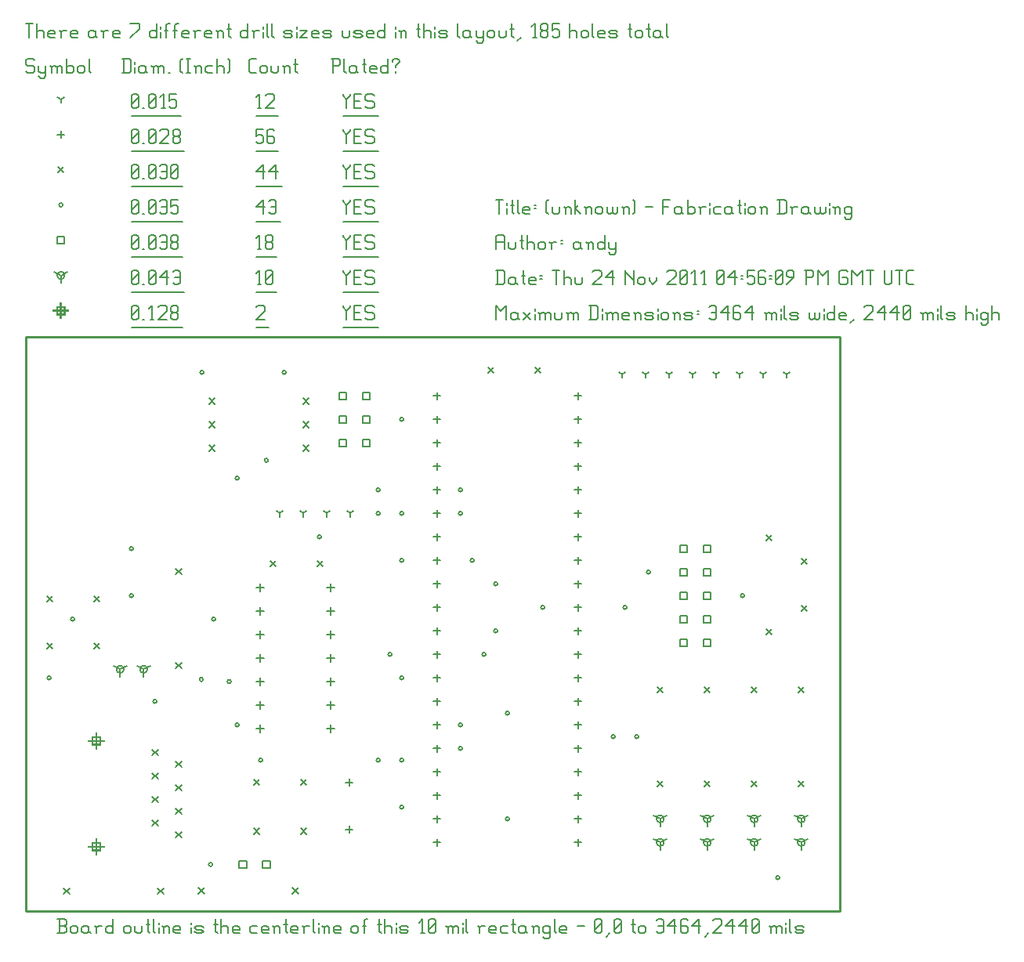
<source format=gbr>
G04 start of page 17 for group -3984 idx -3984 *
G04 Title: (unknown), fab *
G04 Creator: pcb 20100929 *
G04 CreationDate: Thu 24 Nov 2011 04:56:09 PM GMT UTC *
G04 For: andy *
G04 Format: Gerber/RS-274X *
G04 PCB-Dimensions: 346457 244094 *
G04 PCB-Coordinate-Origin: lower left *
%MOIN*%
%FSLAX25Y25*%
%LNFAB*%
%ADD40C,0.0100*%
%ADD44R,0.0080X0.0080*%
%ADD45C,0.0060*%
G54D44*X30118Y75443D02*Y69043D01*
X26918Y72243D02*X33318D01*
X28518Y73843D02*X31718D01*
X28518D02*Y70643D01*
X31718D01*
Y73843D02*Y70643D01*
X30118Y30443D02*Y24043D01*
X26918Y27243D02*X33318D01*
X28518Y28843D02*X31718D01*
X28518D02*Y25643D01*
X31718D01*
Y28843D02*Y25643D01*
X15000Y258544D02*Y252144D01*
X11800Y255344D02*X18200D01*
X13400Y256944D02*X16600D01*
X13400D02*Y253744D01*
X16600D01*
Y256944D02*Y253744D01*
G54D45*X135000Y257594D02*Y256844D01*
X136500Y255344D01*
X138000Y256844D01*
Y257594D02*Y256844D01*
X136500Y255344D02*Y251594D01*
X139801Y254594D02*X142051D01*
X139801Y251594D02*X142801D01*
X139801Y257594D02*Y251594D01*
Y257594D02*X142801D01*
X147603D02*X148353Y256844D01*
X145353Y257594D02*X147603D01*
X144603Y256844D02*X145353Y257594D01*
X144603Y256844D02*Y255344D01*
X145353Y254594D01*
X147603D01*
X148353Y253844D01*
Y252344D01*
X147603Y251594D02*X148353Y252344D01*
X145353Y251594D02*X147603D01*
X144603Y252344D02*X145353Y251594D01*
X135000Y248343D02*X150154D01*
X98000Y256844D02*X98750Y257594D01*
X101000D01*
X101750Y256844D01*
Y255344D01*
X98000Y251594D02*X101750Y255344D01*
X98000Y251594D02*X101750D01*
X98000Y248343D02*X103551D01*
X45000Y252344D02*X45750Y251594D01*
X45000Y256844D02*Y252344D01*
Y256844D02*X45750Y257594D01*
X47250D01*
X48000Y256844D01*
Y252344D01*
X47250Y251594D02*X48000Y252344D01*
X45750Y251594D02*X47250D01*
X45000Y253094D02*X48000Y256094D01*
X49801Y251594D02*X50551D01*
X53103D02*X54603D01*
X53853Y257594D02*Y251594D01*
X52353Y256094D02*X53853Y257594D01*
X56404Y256844D02*X57154Y257594D01*
X59404D01*
X60154Y256844D01*
Y255344D01*
X56404Y251594D02*X60154Y255344D01*
X56404Y251594D02*X60154D01*
X61956Y252344D02*X62706Y251594D01*
X61956Y253844D02*Y252344D01*
Y253844D02*X62706Y254594D01*
X64206D01*
X64956Y253844D01*
Y252344D01*
X64206Y251594D02*X64956Y252344D01*
X62706Y251594D02*X64206D01*
X61956Y255344D02*X62706Y254594D01*
X61956Y256844D02*Y255344D01*
Y256844D02*X62706Y257594D01*
X64206D01*
X64956Y256844D01*
Y255344D01*
X64206Y254594D02*X64956Y255344D01*
X45000Y248343D02*X66757D01*
X40236Y102755D02*Y99555D01*
Y102755D02*X43009Y104355D01*
X40236Y102755D02*X37463Y104355D01*
X38636Y102755D02*G75*G03X41836Y102755I1600J0D01*G01*
G75*G03X38636Y102755I-1600J0D01*G01*
X50236D02*Y99555D01*
Y102755D02*X53009Y104355D01*
X50236Y102755D02*X47463Y104355D01*
X48636Y102755D02*G75*G03X51836Y102755I1600J0D01*G01*
G75*G03X48636Y102755I-1600J0D01*G01*
X310000Y29094D02*Y25894D01*
Y29094D02*X312773Y30694D01*
X310000Y29094D02*X307227Y30694D01*
X308400Y29094D02*G75*G03X311600Y29094I1600J0D01*G01*
G75*G03X308400Y29094I-1600J0D01*G01*
X310000Y39094D02*Y35894D01*
Y39094D02*X312773Y40694D01*
X310000Y39094D02*X307227Y40694D01*
X308400Y39094D02*G75*G03X311600Y39094I1600J0D01*G01*
G75*G03X308400Y39094I-1600J0D01*G01*
X330000Y29094D02*Y25894D01*
Y29094D02*X332773Y30694D01*
X330000Y29094D02*X327227Y30694D01*
X328400Y29094D02*G75*G03X331600Y29094I1600J0D01*G01*
G75*G03X328400Y29094I-1600J0D01*G01*
X330000Y39094D02*Y35894D01*
Y39094D02*X332773Y40694D01*
X330000Y39094D02*X327227Y40694D01*
X328400Y39094D02*G75*G03X331600Y39094I1600J0D01*G01*
G75*G03X328400Y39094I-1600J0D01*G01*
X290000Y29094D02*Y25894D01*
Y29094D02*X292773Y30694D01*
X290000Y29094D02*X287227Y30694D01*
X288400Y29094D02*G75*G03X291600Y29094I1600J0D01*G01*
G75*G03X288400Y29094I-1600J0D01*G01*
X290000Y39094D02*Y35894D01*
Y39094D02*X292773Y40694D01*
X290000Y39094D02*X287227Y40694D01*
X288400Y39094D02*G75*G03X291600Y39094I1600J0D01*G01*
G75*G03X288400Y39094I-1600J0D01*G01*
X270000Y29094D02*Y25894D01*
Y29094D02*X272773Y30694D01*
X270000Y29094D02*X267227Y30694D01*
X268400Y29094D02*G75*G03X271600Y29094I1600J0D01*G01*
G75*G03X268400Y29094I-1600J0D01*G01*
X270000Y39094D02*Y35894D01*
Y39094D02*X272773Y40694D01*
X270000Y39094D02*X267227Y40694D01*
X268400Y39094D02*G75*G03X271600Y39094I1600J0D01*G01*
G75*G03X268400Y39094I-1600J0D01*G01*
X15000Y270344D02*Y267144D01*
Y270344D02*X17773Y271944D01*
X15000Y270344D02*X12227Y271944D01*
X13400Y270344D02*G75*G03X16600Y270344I1600J0D01*G01*
G75*G03X13400Y270344I-1600J0D01*G01*
X135000Y272594D02*Y271844D01*
X136500Y270344D01*
X138000Y271844D01*
Y272594D02*Y271844D01*
X136500Y270344D02*Y266594D01*
X139801Y269594D02*X142051D01*
X139801Y266594D02*X142801D01*
X139801Y272594D02*Y266594D01*
Y272594D02*X142801D01*
X147603D02*X148353Y271844D01*
X145353Y272594D02*X147603D01*
X144603Y271844D02*X145353Y272594D01*
X144603Y271844D02*Y270344D01*
X145353Y269594D01*
X147603D01*
X148353Y268844D01*
Y267344D01*
X147603Y266594D02*X148353Y267344D01*
X145353Y266594D02*X147603D01*
X144603Y267344D02*X145353Y266594D01*
X135000Y263343D02*X150154D01*
X98750Y266594D02*X100250D01*
X99500Y272594D02*Y266594D01*
X98000Y271094D02*X99500Y272594D01*
X102051Y267344D02*X102801Y266594D01*
X102051Y271844D02*Y267344D01*
Y271844D02*X102801Y272594D01*
X104301D01*
X105051Y271844D01*
Y267344D01*
X104301Y266594D02*X105051Y267344D01*
X102801Y266594D02*X104301D01*
X102051Y268094D02*X105051Y271094D01*
X98000Y263343D02*X106853D01*
X45000Y267344D02*X45750Y266594D01*
X45000Y271844D02*Y267344D01*
Y271844D02*X45750Y272594D01*
X47250D01*
X48000Y271844D01*
Y267344D01*
X47250Y266594D02*X48000Y267344D01*
X45750Y266594D02*X47250D01*
X45000Y268094D02*X48000Y271094D01*
X49801Y266594D02*X50551D01*
X52353Y267344D02*X53103Y266594D01*
X52353Y271844D02*Y267344D01*
Y271844D02*X53103Y272594D01*
X54603D01*
X55353Y271844D01*
Y267344D01*
X54603Y266594D02*X55353Y267344D01*
X53103Y266594D02*X54603D01*
X52353Y268094D02*X55353Y271094D01*
X57154Y269594D02*X60154Y272594D01*
X57154Y269594D02*X60904D01*
X60154Y272594D02*Y266594D01*
X62706Y271844D02*X63456Y272594D01*
X64956D01*
X65706Y271844D01*
Y267344D01*
X64956Y266594D02*X65706Y267344D01*
X63456Y266594D02*X64956D01*
X62706Y267344D02*X63456Y266594D01*
Y269594D02*X65706D01*
X45000Y263343D02*X67507D01*
X100762Y21285D02*X103962D01*
X100762D02*Y18085D01*
X103962D01*
Y21285D02*Y18085D01*
X90762Y21285D02*X93962D01*
X90762D02*Y18085D01*
X93962D01*
Y21285D02*Y18085D01*
X133400Y220694D02*X136600D01*
X133400D02*Y217494D01*
X136600D01*
Y220694D02*Y217494D01*
X143400Y220694D02*X146600D01*
X143400D02*Y217494D01*
X146600D01*
Y220694D02*Y217494D01*
X133400Y210694D02*X136600D01*
X133400D02*Y207494D01*
X136600D01*
Y210694D02*Y207494D01*
X143400Y210694D02*X146600D01*
X143400D02*Y207494D01*
X146600D01*
Y210694D02*Y207494D01*
X133400Y200694D02*X136600D01*
X133400D02*Y197494D01*
X136600D01*
Y200694D02*Y197494D01*
X143400Y200694D02*X146600D01*
X143400D02*Y197494D01*
X146600D01*
Y200694D02*Y197494D01*
X278400Y155694D02*X281600D01*
X278400D02*Y152494D01*
X281600D01*
Y155694D02*Y152494D01*
X288400Y155694D02*X291600D01*
X288400D02*Y152494D01*
X291600D01*
Y155694D02*Y152494D01*
X278400Y145694D02*X281600D01*
X278400D02*Y142494D01*
X281600D01*
Y145694D02*Y142494D01*
X288400Y145694D02*X291600D01*
X288400D02*Y142494D01*
X291600D01*
Y145694D02*Y142494D01*
X278400Y135694D02*X281600D01*
X278400D02*Y132494D01*
X281600D01*
Y135694D02*Y132494D01*
X288400Y135694D02*X291600D01*
X288400D02*Y132494D01*
X291600D01*
Y135694D02*Y132494D01*
X278400Y125694D02*X281600D01*
X278400D02*Y122494D01*
X281600D01*
Y125694D02*Y122494D01*
X288400Y125694D02*X291600D01*
X288400D02*Y122494D01*
X291600D01*
Y125694D02*Y122494D01*
X278400Y115694D02*X281600D01*
X278400D02*Y112494D01*
X281600D01*
Y115694D02*Y112494D01*
X288400Y115694D02*X291600D01*
X288400D02*Y112494D01*
X291600D01*
Y115694D02*Y112494D01*
X13400Y286944D02*X16600D01*
X13400D02*Y283744D01*
X16600D01*
Y286944D02*Y283744D01*
X135000Y287594D02*Y286844D01*
X136500Y285344D01*
X138000Y286844D01*
Y287594D02*Y286844D01*
X136500Y285344D02*Y281594D01*
X139801Y284594D02*X142051D01*
X139801Y281594D02*X142801D01*
X139801Y287594D02*Y281594D01*
Y287594D02*X142801D01*
X147603D02*X148353Y286844D01*
X145353Y287594D02*X147603D01*
X144603Y286844D02*X145353Y287594D01*
X144603Y286844D02*Y285344D01*
X145353Y284594D01*
X147603D01*
X148353Y283844D01*
Y282344D01*
X147603Y281594D02*X148353Y282344D01*
X145353Y281594D02*X147603D01*
X144603Y282344D02*X145353Y281594D01*
X135000Y278343D02*X150154D01*
X98750Y281594D02*X100250D01*
X99500Y287594D02*Y281594D01*
X98000Y286094D02*X99500Y287594D01*
X102051Y282344D02*X102801Y281594D01*
X102051Y283844D02*Y282344D01*
Y283844D02*X102801Y284594D01*
X104301D01*
X105051Y283844D01*
Y282344D01*
X104301Y281594D02*X105051Y282344D01*
X102801Y281594D02*X104301D01*
X102051Y285344D02*X102801Y284594D01*
X102051Y286844D02*Y285344D01*
Y286844D02*X102801Y287594D01*
X104301D01*
X105051Y286844D01*
Y285344D01*
X104301Y284594D02*X105051Y285344D01*
X98000Y278343D02*X106853D01*
X45000Y282344D02*X45750Y281594D01*
X45000Y286844D02*Y282344D01*
Y286844D02*X45750Y287594D01*
X47250D01*
X48000Y286844D01*
Y282344D01*
X47250Y281594D02*X48000Y282344D01*
X45750Y281594D02*X47250D01*
X45000Y283094D02*X48000Y286094D01*
X49801Y281594D02*X50551D01*
X52353Y282344D02*X53103Y281594D01*
X52353Y286844D02*Y282344D01*
Y286844D02*X53103Y287594D01*
X54603D01*
X55353Y286844D01*
Y282344D01*
X54603Y281594D02*X55353Y282344D01*
X53103Y281594D02*X54603D01*
X52353Y283094D02*X55353Y286094D01*
X57154Y286844D02*X57904Y287594D01*
X59404D01*
X60154Y286844D01*
Y282344D01*
X59404Y281594D02*X60154Y282344D01*
X57904Y281594D02*X59404D01*
X57154Y282344D02*X57904Y281594D01*
Y284594D02*X60154D01*
X61956Y282344D02*X62706Y281594D01*
X61956Y283844D02*Y282344D01*
Y283844D02*X62706Y284594D01*
X64206D01*
X64956Y283844D01*
Y282344D01*
X64206Y281594D02*X64956Y282344D01*
X62706Y281594D02*X64206D01*
X61956Y285344D02*X62706Y284594D01*
X61956Y286844D02*Y285344D01*
Y286844D02*X62706Y287594D01*
X64206D01*
X64956Y286844D01*
Y285344D01*
X64206Y284594D02*X64956Y285344D01*
X45000Y278343D02*X66757D01*
X204200Y39094D02*G75*G03X205800Y39094I800J0D01*G01*
G75*G03X204200Y39094I-800J0D01*G01*
X319200Y14094D02*G75*G03X320800Y14094I800J0D01*G01*
G75*G03X319200Y14094I-800J0D01*G01*
X149200Y64094D02*G75*G03X150800Y64094I800J0D01*G01*
G75*G03X149200Y64094I-800J0D01*G01*
X159200D02*G75*G03X160800Y64094I800J0D01*G01*
G75*G03X159200Y64094I-800J0D01*G01*
Y99094D02*G75*G03X160800Y99094I800J0D01*G01*
G75*G03X159200Y99094I-800J0D01*G01*
X154200Y109094D02*G75*G03X155800Y109094I800J0D01*G01*
G75*G03X154200Y109094I-800J0D01*G01*
X304200Y134094D02*G75*G03X305800Y134094I800J0D01*G01*
G75*G03X304200Y134094I-800J0D01*G01*
X249200Y74094D02*G75*G03X250800Y74094I800J0D01*G01*
G75*G03X249200Y74094I-800J0D01*G01*
X259200D02*G75*G03X260800Y74094I800J0D01*G01*
G75*G03X259200Y74094I-800J0D01*G01*
X254200Y129094D02*G75*G03X255800Y129094I800J0D01*G01*
G75*G03X254200Y129094I-800J0D01*G01*
X264200Y144094D02*G75*G03X265800Y144094I800J0D01*G01*
G75*G03X264200Y144094I-800J0D01*G01*
X159200Y209094D02*G75*G03X160800Y209094I800J0D01*G01*
G75*G03X159200Y209094I-800J0D01*G01*
X89200Y79094D02*G75*G03X90800Y79094I800J0D01*G01*
G75*G03X89200Y79094I-800J0D01*G01*
X54200Y89094D02*G75*G03X55800Y89094I800J0D01*G01*
G75*G03X54200Y89094I-800J0D01*G01*
X89200Y184094D02*G75*G03X90800Y184094I800J0D01*G01*
G75*G03X89200Y184094I-800J0D01*G01*
X79200Y124094D02*G75*G03X80800Y124094I800J0D01*G01*
G75*G03X79200Y124094I-800J0D01*G01*
X19200D02*G75*G03X20800Y124094I800J0D01*G01*
G75*G03X19200Y124094I-800J0D01*G01*
X9200Y99094D02*G75*G03X10800Y99094I800J0D01*G01*
G75*G03X9200Y99094I-800J0D01*G01*
X85775Y97519D02*G75*G03X87375Y97519I800J0D01*G01*
G75*G03X85775Y97519I-800J0D01*G01*
X219200Y129094D02*G75*G03X220800Y129094I800J0D01*G01*
G75*G03X219200Y129094I-800J0D01*G01*
X199200Y139094D02*G75*G03X200800Y139094I800J0D01*G01*
G75*G03X199200Y139094I-800J0D01*G01*
X149200Y179094D02*G75*G03X150800Y179094I800J0D01*G01*
G75*G03X149200Y179094I-800J0D01*G01*
X199200Y119094D02*G75*G03X200800Y119094I800J0D01*G01*
G75*G03X199200Y119094I-800J0D01*G01*
X109200Y229094D02*G75*G03X110800Y229094I800J0D01*G01*
G75*G03X109200Y229094I-800J0D01*G01*
X101640Y191654D02*G75*G03X103240Y191654I800J0D01*G01*
G75*G03X101640Y191654I-800J0D01*G01*
X159200Y149094D02*G75*G03X160800Y149094I800J0D01*G01*
G75*G03X159200Y149094I-800J0D01*G01*
X149200Y169094D02*G75*G03X150800Y169094I800J0D01*G01*
G75*G03X149200Y169094I-800J0D01*G01*
X159200D02*G75*G03X160800Y169094I800J0D01*G01*
G75*G03X159200Y169094I-800J0D01*G01*
X189200Y149094D02*G75*G03X190800Y149094I800J0D01*G01*
G75*G03X189200Y149094I-800J0D01*G01*
X194200Y109094D02*G75*G03X195800Y109094I800J0D01*G01*
G75*G03X194200Y109094I-800J0D01*G01*
X159200Y44094D02*G75*G03X160800Y44094I800J0D01*G01*
G75*G03X159200Y44094I-800J0D01*G01*
X44200Y134094D02*G75*G03X45800Y134094I800J0D01*G01*
G75*G03X44200Y134094I-800J0D01*G01*
Y154094D02*G75*G03X45800Y154094I800J0D01*G01*
G75*G03X44200Y154094I-800J0D01*G01*
X124200Y159094D02*G75*G03X125800Y159094I800J0D01*G01*
G75*G03X124200Y159094I-800J0D01*G01*
X204200Y84094D02*G75*G03X205800Y84094I800J0D01*G01*
G75*G03X204200Y84094I-800J0D01*G01*
X184200Y79094D02*G75*G03X185800Y79094I800J0D01*G01*
G75*G03X184200Y79094I-800J0D01*G01*
Y69094D02*G75*G03X185800Y69094I800J0D01*G01*
G75*G03X184200Y69094I-800J0D01*G01*
Y169094D02*G75*G03X185800Y169094I800J0D01*G01*
G75*G03X184200Y169094I-800J0D01*G01*
Y179094D02*G75*G03X185800Y179094I800J0D01*G01*
G75*G03X184200Y179094I-800J0D01*G01*
X74200Y229094D02*G75*G03X75800Y229094I800J0D01*G01*
G75*G03X74200Y229094I-800J0D01*G01*
X77940Y19685D02*G75*G03X79540Y19685I800J0D01*G01*
G75*G03X77940Y19685I-800J0D01*G01*
X99200Y64094D02*G75*G03X100800Y64094I800J0D01*G01*
G75*G03X99200Y64094I-800J0D01*G01*
X74003Y98425D02*G75*G03X75603Y98425I800J0D01*G01*
G75*G03X74003Y98425I-800J0D01*G01*
X14200Y300344D02*G75*G03X15800Y300344I800J0D01*G01*
G75*G03X14200Y300344I-800J0D01*G01*
X135000Y302594D02*Y301844D01*
X136500Y300344D01*
X138000Y301844D01*
Y302594D02*Y301844D01*
X136500Y300344D02*Y296594D01*
X139801Y299594D02*X142051D01*
X139801Y296594D02*X142801D01*
X139801Y302594D02*Y296594D01*
Y302594D02*X142801D01*
X147603D02*X148353Y301844D01*
X145353Y302594D02*X147603D01*
X144603Y301844D02*X145353Y302594D01*
X144603Y301844D02*Y300344D01*
X145353Y299594D01*
X147603D01*
X148353Y298844D01*
Y297344D01*
X147603Y296594D02*X148353Y297344D01*
X145353Y296594D02*X147603D01*
X144603Y297344D02*X145353Y296594D01*
X135000Y293343D02*X150154D01*
X98000Y299594D02*X101000Y302594D01*
X98000Y299594D02*X101750D01*
X101000Y302594D02*Y296594D01*
X103551Y301844D02*X104301Y302594D01*
X105801D01*
X106551Y301844D01*
Y297344D01*
X105801Y296594D02*X106551Y297344D01*
X104301Y296594D02*X105801D01*
X103551Y297344D02*X104301Y296594D01*
Y299594D02*X106551D01*
X98000Y293343D02*X108353D01*
X45000Y297344D02*X45750Y296594D01*
X45000Y301844D02*Y297344D01*
Y301844D02*X45750Y302594D01*
X47250D01*
X48000Y301844D01*
Y297344D01*
X47250Y296594D02*X48000Y297344D01*
X45750Y296594D02*X47250D01*
X45000Y298094D02*X48000Y301094D01*
X49801Y296594D02*X50551D01*
X52353Y297344D02*X53103Y296594D01*
X52353Y301844D02*Y297344D01*
Y301844D02*X53103Y302594D01*
X54603D01*
X55353Y301844D01*
Y297344D01*
X54603Y296594D02*X55353Y297344D01*
X53103Y296594D02*X54603D01*
X52353Y298094D02*X55353Y301094D01*
X57154Y301844D02*X57904Y302594D01*
X59404D01*
X60154Y301844D01*
Y297344D01*
X59404Y296594D02*X60154Y297344D01*
X57904Y296594D02*X59404D01*
X57154Y297344D02*X57904Y296594D01*
Y299594D02*X60154D01*
X61956Y302594D02*X64956D01*
X61956D02*Y299594D01*
X62706Y300344D01*
X64206D01*
X64956Y299594D01*
Y297344D01*
X64206Y296594D02*X64956Y297344D01*
X62706Y296594D02*X64206D01*
X61956Y297344D02*X62706Y296594D01*
X45000Y293343D02*X66757D01*
X16241Y9632D02*X18641Y7232D01*
X16241D02*X18641Y9632D01*
X56241D02*X58641Y7232D01*
X56241D02*X58641Y9632D01*
X73603Y9711D02*X76003Y7311D01*
X73603D02*X76003Y9711D01*
X113603D02*X116003Y7311D01*
X113603D02*X116003Y9711D01*
X315099Y119940D02*X317499Y117540D01*
X315099D02*X317499Y119940D01*
X315099Y159940D02*X317499Y157540D01*
X315099D02*X317499Y159940D01*
X330099Y129940D02*X332499Y127540D01*
X330099D02*X332499Y129940D01*
X330099Y149940D02*X332499Y147540D01*
X330099D02*X332499Y149940D01*
X63917Y105648D02*X66317Y103248D01*
X63917D02*X66317Y105648D01*
X63917Y145648D02*X66317Y143248D01*
X63917D02*X66317Y145648D01*
X29036Y113955D02*X31436Y111555D01*
X29036D02*X31436Y113955D01*
X9036D02*X11436Y111555D01*
X9036D02*X11436Y113955D01*
X104036Y148955D02*X106436Y146555D01*
X104036D02*X106436Y148955D01*
X124036D02*X126436Y146555D01*
X124036D02*X126436Y148955D01*
X29036Y133955D02*X31436Y131555D01*
X29036D02*X31436Y133955D01*
X9036D02*X11436Y131555D01*
X9036D02*X11436Y133955D01*
X78052Y218089D02*X80452Y215689D01*
X78052D02*X80452Y218089D01*
X118052D02*X120452Y215689D01*
X118052D02*X120452Y218089D01*
X117146Y55845D02*X119546Y53445D01*
X117146D02*X119546Y55845D01*
X97146D02*X99546Y53445D01*
X97146D02*X99546Y55845D01*
X53918Y68443D02*X56318Y66043D01*
X53918D02*X56318Y68443D01*
X63918Y63443D02*X66318Y61043D01*
X63918D02*X66318Y63443D01*
X53918Y58443D02*X56318Y56043D01*
X53918D02*X56318Y58443D01*
X63918Y53443D02*X66318Y51043D01*
X63918D02*X66318Y53443D01*
X53918Y48443D02*X56318Y46043D01*
X53918D02*X56318Y48443D01*
X63918Y43443D02*X66318Y41043D01*
X63918D02*X66318Y43443D01*
X53918Y38443D02*X56318Y36043D01*
X53918D02*X56318Y38443D01*
X63918Y33443D02*X66318Y31043D01*
X63918D02*X66318Y33443D01*
X117146Y35097D02*X119546Y32697D01*
X117146D02*X119546Y35097D01*
X97146D02*X99546Y32697D01*
X97146D02*X99546Y35097D01*
X268800Y55294D02*X271200Y52894D01*
X268800D02*X271200Y55294D01*
X268800Y95294D02*X271200Y92894D01*
X268800D02*X271200Y95294D01*
X288800Y55294D02*X291200Y52894D01*
X288800D02*X291200Y55294D01*
X288800Y95294D02*X291200Y92894D01*
X288800D02*X291200Y95294D01*
X308800Y55294D02*X311200Y52894D01*
X308800D02*X311200Y55294D01*
X308800Y95294D02*X311200Y92894D01*
X308800D02*X311200Y95294D01*
X78052Y208089D02*X80452Y205689D01*
X78052D02*X80452Y208089D01*
X118052D02*X120452Y205689D01*
X118052D02*X120452Y208089D01*
X328800Y55294D02*X331200Y52894D01*
X328800D02*X331200Y55294D01*
X328800Y95294D02*X331200Y92894D01*
X328800D02*X331200Y95294D01*
X78052Y198089D02*X80452Y195689D01*
X78052D02*X80452Y198089D01*
X118052D02*X120452Y195689D01*
X118052D02*X120452Y198089D01*
X216674Y231357D02*X219074Y228957D01*
X216674D02*X219074Y231357D01*
X196674D02*X199074Y228957D01*
X196674D02*X199074Y231357D01*
X13800Y316544D02*X16200Y314144D01*
X13800D02*X16200Y316544D01*
X135000Y317594D02*Y316844D01*
X136500Y315344D01*
X138000Y316844D01*
Y317594D02*Y316844D01*
X136500Y315344D02*Y311594D01*
X139801Y314594D02*X142051D01*
X139801Y311594D02*X142801D01*
X139801Y317594D02*Y311594D01*
Y317594D02*X142801D01*
X147603D02*X148353Y316844D01*
X145353Y317594D02*X147603D01*
X144603Y316844D02*X145353Y317594D01*
X144603Y316844D02*Y315344D01*
X145353Y314594D01*
X147603D01*
X148353Y313844D01*
Y312344D01*
X147603Y311594D02*X148353Y312344D01*
X145353Y311594D02*X147603D01*
X144603Y312344D02*X145353Y311594D01*
X135000Y308343D02*X150154D01*
X98000Y314594D02*X101000Y317594D01*
X98000Y314594D02*X101750D01*
X101000Y317594D02*Y311594D01*
X103551Y314594D02*X106551Y317594D01*
X103551Y314594D02*X107301D01*
X106551Y317594D02*Y311594D01*
X98000Y308343D02*X109103D01*
X45000Y312344D02*X45750Y311594D01*
X45000Y316844D02*Y312344D01*
Y316844D02*X45750Y317594D01*
X47250D01*
X48000Y316844D01*
Y312344D01*
X47250Y311594D02*X48000Y312344D01*
X45750Y311594D02*X47250D01*
X45000Y313094D02*X48000Y316094D01*
X49801Y311594D02*X50551D01*
X52353Y312344D02*X53103Y311594D01*
X52353Y316844D02*Y312344D01*
Y316844D02*X53103Y317594D01*
X54603D01*
X55353Y316844D01*
Y312344D01*
X54603Y311594D02*X55353Y312344D01*
X53103Y311594D02*X54603D01*
X52353Y313094D02*X55353Y316094D01*
X57154Y316844D02*X57904Y317594D01*
X59404D01*
X60154Y316844D01*
Y312344D01*
X59404Y311594D02*X60154Y312344D01*
X57904Y311594D02*X59404D01*
X57154Y312344D02*X57904Y311594D01*
Y314594D02*X60154D01*
X61956Y312344D02*X62706Y311594D01*
X61956Y316844D02*Y312344D01*
Y316844D02*X62706Y317594D01*
X64206D01*
X64956Y316844D01*
Y312344D01*
X64206Y311594D02*X64956Y312344D01*
X62706Y311594D02*X64206D01*
X61956Y313094D02*X64956Y316094D01*
X45000Y308343D02*X66757D01*
X175000Y220694D02*Y217494D01*
X173400Y219094D02*X176600D01*
X175000Y210694D02*Y207494D01*
X173400Y209094D02*X176600D01*
X175000Y200694D02*Y197494D01*
X173400Y199094D02*X176600D01*
X175000Y190694D02*Y187494D01*
X173400Y189094D02*X176600D01*
X175000Y180694D02*Y177494D01*
X173400Y179094D02*X176600D01*
X175000Y170694D02*Y167494D01*
X173400Y169094D02*X176600D01*
X175000Y160694D02*Y157494D01*
X173400Y159094D02*X176600D01*
X175000Y150694D02*Y147494D01*
X173400Y149094D02*X176600D01*
X175000Y140694D02*Y137494D01*
X173400Y139094D02*X176600D01*
X175000Y130694D02*Y127494D01*
X173400Y129094D02*X176600D01*
X175000Y120694D02*Y117494D01*
X173400Y119094D02*X176600D01*
X175000Y110694D02*Y107494D01*
X173400Y109094D02*X176600D01*
X175000Y100694D02*Y97494D01*
X173400Y99094D02*X176600D01*
X175000Y90694D02*Y87494D01*
X173400Y89094D02*X176600D01*
X175000Y80694D02*Y77494D01*
X173400Y79094D02*X176600D01*
X175000Y70694D02*Y67494D01*
X173400Y69094D02*X176600D01*
X175000Y60694D02*Y57494D01*
X173400Y59094D02*X176600D01*
X175000Y50694D02*Y47494D01*
X173400Y49094D02*X176600D01*
X175000Y40694D02*Y37494D01*
X173400Y39094D02*X176600D01*
X175000Y30694D02*Y27494D01*
X173400Y29094D02*X176600D01*
X235000Y30694D02*Y27494D01*
X233400Y29094D02*X236600D01*
X235000Y40694D02*Y37494D01*
X233400Y39094D02*X236600D01*
X235000Y50694D02*Y47494D01*
X233400Y49094D02*X236600D01*
X235000Y60694D02*Y57494D01*
X233400Y59094D02*X236600D01*
X235000Y70694D02*Y67494D01*
X233400Y69094D02*X236600D01*
X235000Y80694D02*Y77494D01*
X233400Y79094D02*X236600D01*
X235000Y90694D02*Y87494D01*
X233400Y89094D02*X236600D01*
X235000Y100694D02*Y97494D01*
X233400Y99094D02*X236600D01*
X235000Y110694D02*Y107494D01*
X233400Y109094D02*X236600D01*
X235000Y120694D02*Y117494D01*
X233400Y119094D02*X236600D01*
X235000Y130694D02*Y127494D01*
X233400Y129094D02*X236600D01*
X235000Y140694D02*Y137494D01*
X233400Y139094D02*X236600D01*
X235000Y150694D02*Y147494D01*
X233400Y149094D02*X236600D01*
X235000Y160694D02*Y157494D01*
X233400Y159094D02*X236600D01*
X235000Y170694D02*Y167494D01*
X233400Y169094D02*X236600D01*
X235000Y180694D02*Y177494D01*
X233400Y179094D02*X236600D01*
X235000Y190694D02*Y187494D01*
X233400Y189094D02*X236600D01*
X235000Y200694D02*Y197494D01*
X233400Y199094D02*X236600D01*
X235000Y210694D02*Y207494D01*
X233400Y209094D02*X236600D01*
X235000Y220694D02*Y217494D01*
X233400Y219094D02*X236600D01*
X129842Y79119D02*Y75919D01*
X128242Y77519D02*X131442D01*
X129842Y89119D02*Y85919D01*
X128242Y87519D02*X131442D01*
X129842Y99119D02*Y95919D01*
X128242Y97519D02*X131442D01*
X129842Y109119D02*Y105919D01*
X128242Y107519D02*X131442D01*
X129842Y119119D02*Y115919D01*
X128242Y117519D02*X131442D01*
X129842Y129119D02*Y125919D01*
X128242Y127519D02*X131442D01*
X129842Y139119D02*Y135919D01*
X128242Y137519D02*X131442D01*
X99842Y139119D02*Y135919D01*
X98242Y137519D02*X101442D01*
X99842Y129119D02*Y125919D01*
X98242Y127519D02*X101442D01*
X99842Y119119D02*Y115919D01*
X98242Y117519D02*X101442D01*
X99842Y109119D02*Y105919D01*
X98242Y107519D02*X101442D01*
X99842Y99119D02*Y95919D01*
X98242Y97519D02*X101442D01*
X99842Y89119D02*Y85919D01*
X98242Y87519D02*X101442D01*
X99842Y79119D02*Y75919D01*
X98242Y77519D02*X101442D01*
X137636Y36245D02*Y33045D01*
X136036Y34645D02*X139236D01*
X137636Y56245D02*Y53045D01*
X136036Y54645D02*X139236D01*
X15000Y331944D02*Y328744D01*
X13400Y330344D02*X16600D01*
X135000Y332594D02*Y331844D01*
X136500Y330344D01*
X138000Y331844D01*
Y332594D02*Y331844D01*
X136500Y330344D02*Y326594D01*
X139801Y329594D02*X142051D01*
X139801Y326594D02*X142801D01*
X139801Y332594D02*Y326594D01*
Y332594D02*X142801D01*
X147603D02*X148353Y331844D01*
X145353Y332594D02*X147603D01*
X144603Y331844D02*X145353Y332594D01*
X144603Y331844D02*Y330344D01*
X145353Y329594D01*
X147603D01*
X148353Y328844D01*
Y327344D01*
X147603Y326594D02*X148353Y327344D01*
X145353Y326594D02*X147603D01*
X144603Y327344D02*X145353Y326594D01*
X135000Y323343D02*X150154D01*
X98000Y332594D02*X101000D01*
X98000D02*Y329594D01*
X98750Y330344D01*
X100250D01*
X101000Y329594D01*
Y327344D01*
X100250Y326594D02*X101000Y327344D01*
X98750Y326594D02*X100250D01*
X98000Y327344D02*X98750Y326594D01*
X105051Y332594D02*X105801Y331844D01*
X103551Y332594D02*X105051D01*
X102801Y331844D02*X103551Y332594D01*
X102801Y331844D02*Y327344D01*
X103551Y326594D01*
X105051Y329594D02*X105801Y328844D01*
X102801Y329594D02*X105051D01*
X103551Y326594D02*X105051D01*
X105801Y327344D01*
Y328844D02*Y327344D01*
X98000Y323343D02*X107603D01*
X45000Y327344D02*X45750Y326594D01*
X45000Y331844D02*Y327344D01*
Y331844D02*X45750Y332594D01*
X47250D01*
X48000Y331844D01*
Y327344D01*
X47250Y326594D02*X48000Y327344D01*
X45750Y326594D02*X47250D01*
X45000Y328094D02*X48000Y331094D01*
X49801Y326594D02*X50551D01*
X52353Y327344D02*X53103Y326594D01*
X52353Y331844D02*Y327344D01*
Y331844D02*X53103Y332594D01*
X54603D01*
X55353Y331844D01*
Y327344D01*
X54603Y326594D02*X55353Y327344D01*
X53103Y326594D02*X54603D01*
X52353Y328094D02*X55353Y331094D01*
X57154Y331844D02*X57904Y332594D01*
X60154D01*
X60904Y331844D01*
Y330344D01*
X57154Y326594D02*X60904Y330344D01*
X57154Y326594D02*X60904D01*
X62706Y327344D02*X63456Y326594D01*
X62706Y328844D02*Y327344D01*
Y328844D02*X63456Y329594D01*
X64956D01*
X65706Y328844D01*
Y327344D01*
X64956Y326594D02*X65706Y327344D01*
X63456Y326594D02*X64956D01*
X62706Y330344D02*X63456Y329594D01*
X62706Y331844D02*Y330344D01*
Y331844D02*X63456Y332594D01*
X64956D01*
X65706Y331844D01*
Y330344D01*
X64956Y329594D02*X65706Y330344D01*
X45000Y323343D02*X67507D01*
X253780Y228346D02*Y226746D01*
Y228346D02*X255166Y229146D01*
X253780Y228346D02*X252394Y229146D01*
X263780Y228346D02*Y226746D01*
Y228346D02*X265166Y229146D01*
X263780Y228346D02*X262394Y229146D01*
X273780Y228346D02*Y226746D01*
Y228346D02*X275166Y229146D01*
X273780Y228346D02*X272394Y229146D01*
X283780Y228346D02*Y226746D01*
Y228346D02*X285166Y229146D01*
X283780Y228346D02*X282394Y229146D01*
X293780Y228346D02*Y226746D01*
Y228346D02*X295166Y229146D01*
X293780Y228346D02*X292394Y229146D01*
X303780Y228346D02*Y226746D01*
Y228346D02*X305166Y229146D01*
X303780Y228346D02*X302394Y229146D01*
X313780Y228346D02*Y226746D01*
Y228346D02*X315166Y229146D01*
X313780Y228346D02*X312394Y229146D01*
X323780Y228346D02*Y226746D01*
Y228346D02*X325166Y229146D01*
X323780Y228346D02*X322394Y229146D01*
X108110Y169291D02*Y167691D01*
Y169291D02*X109496Y170091D01*
X108110Y169291D02*X106724Y170091D01*
X118110Y169291D02*Y167691D01*
Y169291D02*X119496Y170091D01*
X118110Y169291D02*X116724Y170091D01*
X128110Y169291D02*Y167691D01*
Y169291D02*X129496Y170091D01*
X128110Y169291D02*X126724Y170091D01*
X138110Y169291D02*Y167691D01*
Y169291D02*X139496Y170091D01*
X138110Y169291D02*X136724Y170091D01*
X15000Y345344D02*Y343744D01*
Y345344D02*X16386Y346144D01*
X15000Y345344D02*X13614Y346144D01*
X135000Y347594D02*Y346844D01*
X136500Y345344D01*
X138000Y346844D01*
Y347594D02*Y346844D01*
X136500Y345344D02*Y341594D01*
X139801Y344594D02*X142051D01*
X139801Y341594D02*X142801D01*
X139801Y347594D02*Y341594D01*
Y347594D02*X142801D01*
X147603D02*X148353Y346844D01*
X145353Y347594D02*X147603D01*
X144603Y346844D02*X145353Y347594D01*
X144603Y346844D02*Y345344D01*
X145353Y344594D01*
X147603D01*
X148353Y343844D01*
Y342344D01*
X147603Y341594D02*X148353Y342344D01*
X145353Y341594D02*X147603D01*
X144603Y342344D02*X145353Y341594D01*
X135000Y338343D02*X150154D01*
X98750Y341594D02*X100250D01*
X99500Y347594D02*Y341594D01*
X98000Y346094D02*X99500Y347594D01*
X102051Y346844D02*X102801Y347594D01*
X105051D01*
X105801Y346844D01*
Y345344D01*
X102051Y341594D02*X105801Y345344D01*
X102051Y341594D02*X105801D01*
X98000Y338343D02*X107603D01*
X45000Y342344D02*X45750Y341594D01*
X45000Y346844D02*Y342344D01*
Y346844D02*X45750Y347594D01*
X47250D01*
X48000Y346844D01*
Y342344D01*
X47250Y341594D02*X48000Y342344D01*
X45750Y341594D02*X47250D01*
X45000Y343094D02*X48000Y346094D01*
X49801Y341594D02*X50551D01*
X52353Y342344D02*X53103Y341594D01*
X52353Y346844D02*Y342344D01*
Y346844D02*X53103Y347594D01*
X54603D01*
X55353Y346844D01*
Y342344D01*
X54603Y341594D02*X55353Y342344D01*
X53103Y341594D02*X54603D01*
X52353Y343094D02*X55353Y346094D01*
X57904Y341594D02*X59404D01*
X58654Y347594D02*Y341594D01*
X57154Y346094D02*X58654Y347594D01*
X61206D02*X64206D01*
X61206D02*Y344594D01*
X61956Y345344D01*
X63456D01*
X64206Y344594D01*
Y342344D01*
X63456Y341594D02*X64206Y342344D01*
X61956Y341594D02*X63456D01*
X61206Y342344D02*X61956Y341594D01*
X45000Y338343D02*X66007D01*
X3000Y362594D02*X3750Y361844D01*
X750Y362594D02*X3000D01*
X0Y361844D02*X750Y362594D01*
X0Y361844D02*Y360344D01*
X750Y359594D01*
X3000D01*
X3750Y358844D01*
Y357344D01*
X3000Y356594D02*X3750Y357344D01*
X750Y356594D02*X3000D01*
X0Y357344D02*X750Y356594D01*
X5551Y359594D02*Y357344D01*
X6301Y356594D01*
X8551Y359594D02*Y355094D01*
X7801Y354344D02*X8551Y355094D01*
X6301Y354344D02*X7801D01*
X5551Y355094D02*X6301Y354344D01*
Y356594D02*X7801D01*
X8551Y357344D01*
X11103Y358844D02*Y356594D01*
Y358844D02*X11853Y359594D01*
X12603D01*
X13353Y358844D01*
Y356594D01*
Y358844D02*X14103Y359594D01*
X14853D01*
X15603Y358844D01*
Y356594D01*
X10353Y359594D02*X11103Y358844D01*
X17404Y362594D02*Y356594D01*
Y357344D02*X18154Y356594D01*
X19654D01*
X20404Y357344D01*
Y358844D02*Y357344D01*
X19654Y359594D02*X20404Y358844D01*
X18154Y359594D02*X19654D01*
X17404Y358844D02*X18154Y359594D01*
X22206Y358844D02*Y357344D01*
Y358844D02*X22956Y359594D01*
X24456D01*
X25206Y358844D01*
Y357344D01*
X24456Y356594D02*X25206Y357344D01*
X22956Y356594D02*X24456D01*
X22206Y357344D02*X22956Y356594D01*
X27007Y362594D02*Y357344D01*
X27757Y356594D01*
X41750Y362594D02*Y356594D01*
X44000Y362594D02*X44750Y361844D01*
Y357344D01*
X44000Y356594D02*X44750Y357344D01*
X41000Y356594D02*X44000D01*
X41000Y362594D02*X44000D01*
X46551Y361094D02*Y360344D01*
Y358844D02*Y356594D01*
X50303Y359594D02*X51053Y358844D01*
X48803Y359594D02*X50303D01*
X48053Y358844D02*X48803Y359594D01*
X48053Y358844D02*Y357344D01*
X48803Y356594D01*
X51053Y359594D02*Y357344D01*
X51803Y356594D01*
X48803D02*X50303D01*
X51053Y357344D01*
X54354Y358844D02*Y356594D01*
Y358844D02*X55104Y359594D01*
X55854D01*
X56604Y358844D01*
Y356594D01*
Y358844D02*X57354Y359594D01*
X58104D01*
X58854Y358844D01*
Y356594D01*
X53604Y359594D02*X54354Y358844D01*
X60656Y356594D02*X61406D01*
X65907Y357344D02*X66657Y356594D01*
X65907Y361844D02*X66657Y362594D01*
X65907Y361844D02*Y357344D01*
X68459Y362594D02*X69959D01*
X69209D02*Y356594D01*
X68459D02*X69959D01*
X72510Y358844D02*Y356594D01*
Y358844D02*X73260Y359594D01*
X74010D01*
X74760Y358844D01*
Y356594D01*
X71760Y359594D02*X72510Y358844D01*
X77312Y359594D02*X79562D01*
X76562Y358844D02*X77312Y359594D01*
X76562Y358844D02*Y357344D01*
X77312Y356594D01*
X79562D01*
X81363Y362594D02*Y356594D01*
Y358844D02*X82113Y359594D01*
X83613D01*
X84363Y358844D01*
Y356594D01*
X86165Y362594D02*X86915Y361844D01*
Y357344D01*
X86165Y356594D02*X86915Y357344D01*
X95750Y356594D02*X98000D01*
X95000Y357344D02*X95750Y356594D01*
X95000Y361844D02*Y357344D01*
Y361844D02*X95750Y362594D01*
X98000D01*
X99801Y358844D02*Y357344D01*
Y358844D02*X100551Y359594D01*
X102051D01*
X102801Y358844D01*
Y357344D01*
X102051Y356594D02*X102801Y357344D01*
X100551Y356594D02*X102051D01*
X99801Y357344D02*X100551Y356594D01*
X104603Y359594D02*Y357344D01*
X105353Y356594D01*
X106853D01*
X107603Y357344D01*
Y359594D02*Y357344D01*
X110154Y358844D02*Y356594D01*
Y358844D02*X110904Y359594D01*
X111654D01*
X112404Y358844D01*
Y356594D01*
X109404Y359594D02*X110154Y358844D01*
X114956Y362594D02*Y357344D01*
X115706Y356594D01*
X114206Y360344D02*X115706D01*
X130750Y362594D02*Y356594D01*
X130000Y362594D02*X133000D01*
X133750Y361844D01*
Y360344D01*
X133000Y359594D02*X133750Y360344D01*
X130750Y359594D02*X133000D01*
X135551Y362594D02*Y357344D01*
X136301Y356594D01*
X140053Y359594D02*X140803Y358844D01*
X138553Y359594D02*X140053D01*
X137803Y358844D02*X138553Y359594D01*
X137803Y358844D02*Y357344D01*
X138553Y356594D01*
X140803Y359594D02*Y357344D01*
X141553Y356594D01*
X138553D02*X140053D01*
X140803Y357344D01*
X144104Y362594D02*Y357344D01*
X144854Y356594D01*
X143354Y360344D02*X144854D01*
X147106Y356594D02*X149356D01*
X146356Y357344D02*X147106Y356594D01*
X146356Y358844D02*Y357344D01*
Y358844D02*X147106Y359594D01*
X148606D01*
X149356Y358844D01*
X146356Y358094D02*X149356D01*
Y358844D02*Y358094D01*
X154157Y362594D02*Y356594D01*
X153407D02*X154157Y357344D01*
X151907Y356594D02*X153407D01*
X151157Y357344D02*X151907Y356594D01*
X151157Y358844D02*Y357344D01*
Y358844D02*X151907Y359594D01*
X153407D01*
X154157Y358844D01*
X157459Y359594D02*Y358844D01*
Y357344D02*Y356594D01*
X155959Y361844D02*Y361094D01*
Y361844D02*X156709Y362594D01*
X158209D01*
X158959Y361844D01*
Y361094D01*
X157459Y359594D02*X158959Y361094D01*
X0Y377594D02*X3000D01*
X1500D02*Y371594D01*
X4801Y377594D02*Y371594D01*
Y373844D02*X5551Y374594D01*
X7051D01*
X7801Y373844D01*
Y371594D01*
X10353D02*X12603D01*
X9603Y372344D02*X10353Y371594D01*
X9603Y373844D02*Y372344D01*
Y373844D02*X10353Y374594D01*
X11853D01*
X12603Y373844D01*
X9603Y373094D02*X12603D01*
Y373844D02*Y373094D01*
X15154Y373844D02*Y371594D01*
Y373844D02*X15904Y374594D01*
X17404D01*
X14404D02*X15154Y373844D01*
X19956Y371594D02*X22206D01*
X19206Y372344D02*X19956Y371594D01*
X19206Y373844D02*Y372344D01*
Y373844D02*X19956Y374594D01*
X21456D01*
X22206Y373844D01*
X19206Y373094D02*X22206D01*
Y373844D02*Y373094D01*
X28957Y374594D02*X29707Y373844D01*
X27457Y374594D02*X28957D01*
X26707Y373844D02*X27457Y374594D01*
X26707Y373844D02*Y372344D01*
X27457Y371594D01*
X29707Y374594D02*Y372344D01*
X30457Y371594D01*
X27457D02*X28957D01*
X29707Y372344D01*
X33009Y373844D02*Y371594D01*
Y373844D02*X33759Y374594D01*
X35259D01*
X32259D02*X33009Y373844D01*
X37810Y371594D02*X40060D01*
X37060Y372344D02*X37810Y371594D01*
X37060Y373844D02*Y372344D01*
Y373844D02*X37810Y374594D01*
X39310D01*
X40060Y373844D01*
X37060Y373094D02*X40060D01*
Y373844D02*Y373094D01*
X44562Y371594D02*X48312Y375344D01*
Y377594D02*Y375344D01*
X44562Y377594D02*X48312D01*
X55813D02*Y371594D01*
X55063D02*X55813Y372344D01*
X53563Y371594D02*X55063D01*
X52813Y372344D02*X53563Y371594D01*
X52813Y373844D02*Y372344D01*
Y373844D02*X53563Y374594D01*
X55063D01*
X55813Y373844D01*
X57615Y376094D02*Y375344D01*
Y373844D02*Y371594D01*
X59866Y376844D02*Y371594D01*
Y376844D02*X60616Y377594D01*
X61366D01*
X59116Y374594D02*X60616D01*
X63618Y376844D02*Y371594D01*
Y376844D02*X64368Y377594D01*
X65118D01*
X62868Y374594D02*X64368D01*
X67369Y371594D02*X69619D01*
X66619Y372344D02*X67369Y371594D01*
X66619Y373844D02*Y372344D01*
Y373844D02*X67369Y374594D01*
X68869D01*
X69619Y373844D01*
X66619Y373094D02*X69619D01*
Y373844D02*Y373094D01*
X72171Y373844D02*Y371594D01*
Y373844D02*X72921Y374594D01*
X74421D01*
X71421D02*X72171Y373844D01*
X76972Y371594D02*X79222D01*
X76222Y372344D02*X76972Y371594D01*
X76222Y373844D02*Y372344D01*
Y373844D02*X76972Y374594D01*
X78472D01*
X79222Y373844D01*
X76222Y373094D02*X79222D01*
Y373844D02*Y373094D01*
X81774Y373844D02*Y371594D01*
Y373844D02*X82524Y374594D01*
X83274D01*
X84024Y373844D01*
Y371594D01*
X81024Y374594D02*X81774Y373844D01*
X86575Y377594D02*Y372344D01*
X87325Y371594D01*
X85825Y375344D02*X87325D01*
X94527Y377594D02*Y371594D01*
X93777D02*X94527Y372344D01*
X92277Y371594D02*X93777D01*
X91527Y372344D02*X92277Y371594D01*
X91527Y373844D02*Y372344D01*
Y373844D02*X92277Y374594D01*
X93777D01*
X94527Y373844D01*
X97078D02*Y371594D01*
Y373844D02*X97828Y374594D01*
X99328D01*
X96328D02*X97078Y373844D01*
X101130Y376094D02*Y375344D01*
Y373844D02*Y371594D01*
X102631Y377594D02*Y372344D01*
X103381Y371594D01*
X104883Y377594D02*Y372344D01*
X105633Y371594D01*
X110584D02*X112834D01*
X113584Y372344D01*
X112834Y373094D02*X113584Y372344D01*
X110584Y373094D02*X112834D01*
X109834Y373844D02*X110584Y373094D01*
X109834Y373844D02*X110584Y374594D01*
X112834D01*
X113584Y373844D01*
X109834Y372344D02*X110584Y371594D01*
X115386Y376094D02*Y375344D01*
Y373844D02*Y371594D01*
X116887Y374594D02*X119887D01*
X116887Y371594D02*X119887Y374594D01*
X116887Y371594D02*X119887D01*
X122439D02*X124689D01*
X121689Y372344D02*X122439Y371594D01*
X121689Y373844D02*Y372344D01*
Y373844D02*X122439Y374594D01*
X123939D01*
X124689Y373844D01*
X121689Y373094D02*X124689D01*
Y373844D02*Y373094D01*
X127240Y371594D02*X129490D01*
X130240Y372344D01*
X129490Y373094D02*X130240Y372344D01*
X127240Y373094D02*X129490D01*
X126490Y373844D02*X127240Y373094D01*
X126490Y373844D02*X127240Y374594D01*
X129490D01*
X130240Y373844D01*
X126490Y372344D02*X127240Y371594D01*
X134742Y374594D02*Y372344D01*
X135492Y371594D01*
X136992D01*
X137742Y372344D01*
Y374594D02*Y372344D01*
X140293Y371594D02*X142543D01*
X143293Y372344D01*
X142543Y373094D02*X143293Y372344D01*
X140293Y373094D02*X142543D01*
X139543Y373844D02*X140293Y373094D01*
X139543Y373844D02*X140293Y374594D01*
X142543D01*
X143293Y373844D01*
X139543Y372344D02*X140293Y371594D01*
X145845D02*X148095D01*
X145095Y372344D02*X145845Y371594D01*
X145095Y373844D02*Y372344D01*
Y373844D02*X145845Y374594D01*
X147345D01*
X148095Y373844D01*
X145095Y373094D02*X148095D01*
Y373844D02*Y373094D01*
X152896Y377594D02*Y371594D01*
X152146D02*X152896Y372344D01*
X150646Y371594D02*X152146D01*
X149896Y372344D02*X150646Y371594D01*
X149896Y373844D02*Y372344D01*
Y373844D02*X150646Y374594D01*
X152146D01*
X152896Y373844D01*
X157398Y376094D02*Y375344D01*
Y373844D02*Y371594D01*
X159649Y373844D02*Y371594D01*
Y373844D02*X160399Y374594D01*
X161149D01*
X161899Y373844D01*
Y371594D01*
X158899Y374594D02*X159649Y373844D01*
X167151Y377594D02*Y372344D01*
X167901Y371594D01*
X166401Y375344D02*X167901D01*
X169402Y377594D02*Y371594D01*
Y373844D02*X170152Y374594D01*
X171652D01*
X172402Y373844D01*
Y371594D01*
X174204Y376094D02*Y375344D01*
Y373844D02*Y371594D01*
X176455D02*X178705D01*
X179455Y372344D01*
X178705Y373094D02*X179455Y372344D01*
X176455Y373094D02*X178705D01*
X175705Y373844D02*X176455Y373094D01*
X175705Y373844D02*X176455Y374594D01*
X178705D01*
X179455Y373844D01*
X175705Y372344D02*X176455Y371594D01*
X183957Y377594D02*Y372344D01*
X184707Y371594D01*
X188458Y374594D02*X189208Y373844D01*
X186958Y374594D02*X188458D01*
X186208Y373844D02*X186958Y374594D01*
X186208Y373844D02*Y372344D01*
X186958Y371594D01*
X189208Y374594D02*Y372344D01*
X189958Y371594D01*
X186958D02*X188458D01*
X189208Y372344D01*
X191760Y374594D02*Y372344D01*
X192510Y371594D01*
X194760Y374594D02*Y370094D01*
X194010Y369344D02*X194760Y370094D01*
X192510Y369344D02*X194010D01*
X191760Y370094D02*X192510Y369344D01*
Y371594D02*X194010D01*
X194760Y372344D01*
X196561Y373844D02*Y372344D01*
Y373844D02*X197311Y374594D01*
X198811D01*
X199561Y373844D01*
Y372344D01*
X198811Y371594D02*X199561Y372344D01*
X197311Y371594D02*X198811D01*
X196561Y372344D02*X197311Y371594D01*
X201363Y374594D02*Y372344D01*
X202113Y371594D01*
X203613D01*
X204363Y372344D01*
Y374594D02*Y372344D01*
X206914Y377594D02*Y372344D01*
X207664Y371594D01*
X206164Y375344D02*X207664D01*
X209166Y370094D02*X210666Y371594D01*
X215917D02*X217417D01*
X216667Y377594D02*Y371594D01*
X215167Y376094D02*X216667Y377594D01*
X219219Y372344D02*X219969Y371594D01*
X219219Y373844D02*Y372344D01*
Y373844D02*X219969Y374594D01*
X221469D01*
X222219Y373844D01*
Y372344D01*
X221469Y371594D02*X222219Y372344D01*
X219969Y371594D02*X221469D01*
X219219Y375344D02*X219969Y374594D01*
X219219Y376844D02*Y375344D01*
Y376844D02*X219969Y377594D01*
X221469D01*
X222219Y376844D01*
Y375344D01*
X221469Y374594D02*X222219Y375344D01*
X224020Y377594D02*X227020D01*
X224020D02*Y374594D01*
X224770Y375344D01*
X226270D01*
X227020Y374594D01*
Y372344D01*
X226270Y371594D02*X227020Y372344D01*
X224770Y371594D02*X226270D01*
X224020Y372344D02*X224770Y371594D01*
X231522Y377594D02*Y371594D01*
Y373844D02*X232272Y374594D01*
X233772D01*
X234522Y373844D01*
Y371594D01*
X236323Y373844D02*Y372344D01*
Y373844D02*X237073Y374594D01*
X238573D01*
X239323Y373844D01*
Y372344D01*
X238573Y371594D02*X239323Y372344D01*
X237073Y371594D02*X238573D01*
X236323Y372344D02*X237073Y371594D01*
X241125Y377594D02*Y372344D01*
X241875Y371594D01*
X244126D02*X246376D01*
X243376Y372344D02*X244126Y371594D01*
X243376Y373844D02*Y372344D01*
Y373844D02*X244126Y374594D01*
X245626D01*
X246376Y373844D01*
X243376Y373094D02*X246376D01*
Y373844D02*Y373094D01*
X248928Y371594D02*X251178D01*
X251928Y372344D01*
X251178Y373094D02*X251928Y372344D01*
X248928Y373094D02*X251178D01*
X248178Y373844D02*X248928Y373094D01*
X248178Y373844D02*X248928Y374594D01*
X251178D01*
X251928Y373844D01*
X248178Y372344D02*X248928Y371594D01*
X257179Y377594D02*Y372344D01*
X257929Y371594D01*
X256429Y375344D02*X257929D01*
X259431Y373844D02*Y372344D01*
Y373844D02*X260181Y374594D01*
X261681D01*
X262431Y373844D01*
Y372344D01*
X261681Y371594D02*X262431Y372344D01*
X260181Y371594D02*X261681D01*
X259431Y372344D02*X260181Y371594D01*
X264982Y377594D02*Y372344D01*
X265732Y371594D01*
X264232Y375344D02*X265732D01*
X269484Y374594D02*X270234Y373844D01*
X267984Y374594D02*X269484D01*
X267234Y373844D02*X267984Y374594D01*
X267234Y373844D02*Y372344D01*
X267984Y371594D01*
X270234Y374594D02*Y372344D01*
X270984Y371594D01*
X267984D02*X269484D01*
X270234Y372344D01*
X272785Y377594D02*Y372344D01*
X273535Y371594D01*
G54D40*X0Y244094D02*X346457D01*
X0D02*Y0D01*
X346457Y244094D02*Y0D01*
X0D02*X346457D01*
G54D45*X200000Y257594D02*Y251594D01*
Y257594D02*X202250Y255344D01*
X204500Y257594D01*
Y251594D01*
X208551Y254594D02*X209301Y253844D01*
X207051Y254594D02*X208551D01*
X206301Y253844D02*X207051Y254594D01*
X206301Y253844D02*Y252344D01*
X207051Y251594D01*
X209301Y254594D02*Y252344D01*
X210051Y251594D01*
X207051D02*X208551D01*
X209301Y252344D01*
X211853Y254594D02*X214853Y251594D01*
X211853D02*X214853Y254594D01*
X216654Y256094D02*Y255344D01*
Y253844D02*Y251594D01*
X218906Y253844D02*Y251594D01*
Y253844D02*X219656Y254594D01*
X220406D01*
X221156Y253844D01*
Y251594D01*
Y253844D02*X221906Y254594D01*
X222656D01*
X223406Y253844D01*
Y251594D01*
X218156Y254594D02*X218906Y253844D01*
X225207Y254594D02*Y252344D01*
X225957Y251594D01*
X227457D01*
X228207Y252344D01*
Y254594D02*Y252344D01*
X230759Y253844D02*Y251594D01*
Y253844D02*X231509Y254594D01*
X232259D01*
X233009Y253844D01*
Y251594D01*
Y253844D02*X233759Y254594D01*
X234509D01*
X235259Y253844D01*
Y251594D01*
X230009Y254594D02*X230759Y253844D01*
X240510Y257594D02*Y251594D01*
X242760Y257594D02*X243510Y256844D01*
Y252344D01*
X242760Y251594D02*X243510Y252344D01*
X239760Y251594D02*X242760D01*
X239760Y257594D02*X242760D01*
X245312Y256094D02*Y255344D01*
Y253844D02*Y251594D01*
X247563Y253844D02*Y251594D01*
Y253844D02*X248313Y254594D01*
X249063D01*
X249813Y253844D01*
Y251594D01*
Y253844D02*X250563Y254594D01*
X251313D01*
X252063Y253844D01*
Y251594D01*
X246813Y254594D02*X247563Y253844D01*
X254615Y251594D02*X256865D01*
X253865Y252344D02*X254615Y251594D01*
X253865Y253844D02*Y252344D01*
Y253844D02*X254615Y254594D01*
X256115D01*
X256865Y253844D01*
X253865Y253094D02*X256865D01*
Y253844D02*Y253094D01*
X259416Y253844D02*Y251594D01*
Y253844D02*X260166Y254594D01*
X260916D01*
X261666Y253844D01*
Y251594D01*
X258666Y254594D02*X259416Y253844D01*
X264218Y251594D02*X266468D01*
X267218Y252344D01*
X266468Y253094D02*X267218Y252344D01*
X264218Y253094D02*X266468D01*
X263468Y253844D02*X264218Y253094D01*
X263468Y253844D02*X264218Y254594D01*
X266468D01*
X267218Y253844D01*
X263468Y252344D02*X264218Y251594D01*
X269019Y256094D02*Y255344D01*
Y253844D02*Y251594D01*
X270521Y253844D02*Y252344D01*
Y253844D02*X271271Y254594D01*
X272771D01*
X273521Y253844D01*
Y252344D01*
X272771Y251594D02*X273521Y252344D01*
X271271Y251594D02*X272771D01*
X270521Y252344D02*X271271Y251594D01*
X276072Y253844D02*Y251594D01*
Y253844D02*X276822Y254594D01*
X277572D01*
X278322Y253844D01*
Y251594D01*
X275322Y254594D02*X276072Y253844D01*
X280874Y251594D02*X283124D01*
X283874Y252344D01*
X283124Y253094D02*X283874Y252344D01*
X280874Y253094D02*X283124D01*
X280124Y253844D02*X280874Y253094D01*
X280124Y253844D02*X280874Y254594D01*
X283124D01*
X283874Y253844D01*
X280124Y252344D02*X280874Y251594D01*
X285675Y255344D02*X286425D01*
X285675Y253844D02*X286425D01*
X290927Y256844D02*X291677Y257594D01*
X293177D01*
X293927Y256844D01*
Y252344D01*
X293177Y251594D02*X293927Y252344D01*
X291677Y251594D02*X293177D01*
X290927Y252344D02*X291677Y251594D01*
Y254594D02*X293927D01*
X295728D02*X298728Y257594D01*
X295728Y254594D02*X299478D01*
X298728Y257594D02*Y251594D01*
X303530Y257594D02*X304280Y256844D01*
X302030Y257594D02*X303530D01*
X301280Y256844D02*X302030Y257594D01*
X301280Y256844D02*Y252344D01*
X302030Y251594D01*
X303530Y254594D02*X304280Y253844D01*
X301280Y254594D02*X303530D01*
X302030Y251594D02*X303530D01*
X304280Y252344D01*
Y253844D02*Y252344D01*
X306081Y254594D02*X309081Y257594D01*
X306081Y254594D02*X309831D01*
X309081Y257594D02*Y251594D01*
X315083Y253844D02*Y251594D01*
Y253844D02*X315833Y254594D01*
X316583D01*
X317333Y253844D01*
Y251594D01*
Y253844D02*X318083Y254594D01*
X318833D01*
X319583Y253844D01*
Y251594D01*
X314333Y254594D02*X315083Y253844D01*
X321384Y256094D02*Y255344D01*
Y253844D02*Y251594D01*
X322886Y257594D02*Y252344D01*
X323636Y251594D01*
X325887D02*X328137D01*
X328887Y252344D01*
X328137Y253094D02*X328887Y252344D01*
X325887Y253094D02*X328137D01*
X325137Y253844D02*X325887Y253094D01*
X325137Y253844D02*X325887Y254594D01*
X328137D01*
X328887Y253844D01*
X325137Y252344D02*X325887Y251594D01*
X333389Y254594D02*Y252344D01*
X334139Y251594D01*
X334889D01*
X335639Y252344D01*
Y254594D02*Y252344D01*
X336389Y251594D01*
X337139D01*
X337889Y252344D01*
Y254594D02*Y252344D01*
X339690Y256094D02*Y255344D01*
Y253844D02*Y251594D01*
X344192Y257594D02*Y251594D01*
X343442D02*X344192Y252344D01*
X341942Y251594D02*X343442D01*
X341192Y252344D02*X341942Y251594D01*
X341192Y253844D02*Y252344D01*
Y253844D02*X341942Y254594D01*
X343442D01*
X344192Y253844D01*
X346743Y251594D02*X348993D01*
X345993Y252344D02*X346743Y251594D01*
X345993Y253844D02*Y252344D01*
Y253844D02*X346743Y254594D01*
X348243D01*
X348993Y253844D01*
X345993Y253094D02*X348993D01*
Y253844D02*Y253094D01*
X350795Y250094D02*X352295Y251594D01*
X356796Y256844D02*X357546Y257594D01*
X359796D01*
X360546Y256844D01*
Y255344D01*
X356796Y251594D02*X360546Y255344D01*
X356796Y251594D02*X360546D01*
X362348Y254594D02*X365348Y257594D01*
X362348Y254594D02*X366098D01*
X365348Y257594D02*Y251594D01*
X367899Y254594D02*X370899Y257594D01*
X367899Y254594D02*X371649D01*
X370899Y257594D02*Y251594D01*
X373451Y252344D02*X374201Y251594D01*
X373451Y256844D02*Y252344D01*
Y256844D02*X374201Y257594D01*
X375701D01*
X376451Y256844D01*
Y252344D01*
X375701Y251594D02*X376451Y252344D01*
X374201Y251594D02*X375701D01*
X373451Y253094D02*X376451Y256094D01*
X381702Y253844D02*Y251594D01*
Y253844D02*X382452Y254594D01*
X383202D01*
X383952Y253844D01*
Y251594D01*
Y253844D02*X384702Y254594D01*
X385452D01*
X386202Y253844D01*
Y251594D01*
X380952Y254594D02*X381702Y253844D01*
X388004Y256094D02*Y255344D01*
Y253844D02*Y251594D01*
X389505Y257594D02*Y252344D01*
X390255Y251594D01*
X392507D02*X394757D01*
X395507Y252344D01*
X394757Y253094D02*X395507Y252344D01*
X392507Y253094D02*X394757D01*
X391757Y253844D02*X392507Y253094D01*
X391757Y253844D02*X392507Y254594D01*
X394757D01*
X395507Y253844D01*
X391757Y252344D02*X392507Y251594D01*
X400008Y257594D02*Y251594D01*
Y253844D02*X400758Y254594D01*
X402258D01*
X403008Y253844D01*
Y251594D01*
X404810Y256094D02*Y255344D01*
Y253844D02*Y251594D01*
X408561Y254594D02*X409311Y253844D01*
X407061Y254594D02*X408561D01*
X406311Y253844D02*X407061Y254594D01*
X406311Y253844D02*Y252344D01*
X407061Y251594D01*
X408561D01*
X409311Y252344D01*
X406311Y250094D02*X407061Y249344D01*
X408561D01*
X409311Y250094D01*
Y254594D02*Y250094D01*
X411113Y257594D02*Y251594D01*
Y253844D02*X411863Y254594D01*
X413363D01*
X414113Y253844D01*
Y251594D01*
X13579Y-9500D02*X16579D01*
X17329Y-8750D01*
Y-7250D02*Y-8750D01*
X16579Y-6500D02*X17329Y-7250D01*
X14329Y-6500D02*X16579D01*
X14329Y-3500D02*Y-9500D01*
X13579Y-3500D02*X16579D01*
X17329Y-4250D01*
Y-5750D01*
X16579Y-6500D02*X17329Y-5750D01*
X19130Y-7250D02*Y-8750D01*
Y-7250D02*X19880Y-6500D01*
X21380D01*
X22130Y-7250D01*
Y-8750D01*
X21380Y-9500D02*X22130Y-8750D01*
X19880Y-9500D02*X21380D01*
X19130Y-8750D02*X19880Y-9500D01*
X26182Y-6500D02*X26932Y-7250D01*
X24682Y-6500D02*X26182D01*
X23932Y-7250D02*X24682Y-6500D01*
X23932Y-7250D02*Y-8750D01*
X24682Y-9500D01*
X26932Y-6500D02*Y-8750D01*
X27682Y-9500D01*
X24682D02*X26182D01*
X26932Y-8750D01*
X30233Y-7250D02*Y-9500D01*
Y-7250D02*X30983Y-6500D01*
X32483D01*
X29483D02*X30233Y-7250D01*
X37285Y-3500D02*Y-9500D01*
X36535D02*X37285Y-8750D01*
X35035Y-9500D02*X36535D01*
X34285Y-8750D02*X35035Y-9500D01*
X34285Y-7250D02*Y-8750D01*
Y-7250D02*X35035Y-6500D01*
X36535D01*
X37285Y-7250D01*
X41786D02*Y-8750D01*
Y-7250D02*X42536Y-6500D01*
X44036D01*
X44786Y-7250D01*
Y-8750D01*
X44036Y-9500D02*X44786Y-8750D01*
X42536Y-9500D02*X44036D01*
X41786Y-8750D02*X42536Y-9500D01*
X46588Y-6500D02*Y-8750D01*
X47338Y-9500D01*
X48838D01*
X49588Y-8750D01*
Y-6500D02*Y-8750D01*
X52139Y-3500D02*Y-8750D01*
X52889Y-9500D01*
X51389Y-5750D02*X52889D01*
X54391Y-3500D02*Y-8750D01*
X55141Y-9500D01*
X56642Y-5000D02*Y-5750D01*
Y-7250D02*Y-9500D01*
X58894Y-7250D02*Y-9500D01*
Y-7250D02*X59644Y-6500D01*
X60394D01*
X61144Y-7250D01*
Y-9500D01*
X58144Y-6500D02*X58894Y-7250D01*
X63695Y-9500D02*X65945D01*
X62945Y-8750D02*X63695Y-9500D01*
X62945Y-7250D02*Y-8750D01*
Y-7250D02*X63695Y-6500D01*
X65195D01*
X65945Y-7250D01*
X62945Y-8000D02*X65945D01*
Y-7250D02*Y-8000D01*
X70447Y-5000D02*Y-5750D01*
Y-7250D02*Y-9500D01*
X72698D02*X74948D01*
X75698Y-8750D01*
X74948Y-8000D02*X75698Y-8750D01*
X72698Y-8000D02*X74948D01*
X71948Y-7250D02*X72698Y-8000D01*
X71948Y-7250D02*X72698Y-6500D01*
X74948D01*
X75698Y-7250D01*
X71948Y-8750D02*X72698Y-9500D01*
X80950Y-3500D02*Y-8750D01*
X81700Y-9500D01*
X80200Y-5750D02*X81700D01*
X83201Y-3500D02*Y-9500D01*
Y-7250D02*X83951Y-6500D01*
X85451D01*
X86201Y-7250D01*
Y-9500D01*
X88753D02*X91003D01*
X88003Y-8750D02*X88753Y-9500D01*
X88003Y-7250D02*Y-8750D01*
Y-7250D02*X88753Y-6500D01*
X90253D01*
X91003Y-7250D01*
X88003Y-8000D02*X91003D01*
Y-7250D02*Y-8000D01*
X96254Y-6500D02*X98504D01*
X95504Y-7250D02*X96254Y-6500D01*
X95504Y-7250D02*Y-8750D01*
X96254Y-9500D01*
X98504D01*
X101056D02*X103306D01*
X100306Y-8750D02*X101056Y-9500D01*
X100306Y-7250D02*Y-8750D01*
Y-7250D02*X101056Y-6500D01*
X102556D01*
X103306Y-7250D01*
X100306Y-8000D02*X103306D01*
Y-7250D02*Y-8000D01*
X105857Y-7250D02*Y-9500D01*
Y-7250D02*X106607Y-6500D01*
X107357D01*
X108107Y-7250D01*
Y-9500D01*
X105107Y-6500D02*X105857Y-7250D01*
X110659Y-3500D02*Y-8750D01*
X111409Y-9500D01*
X109909Y-5750D02*X111409D01*
X113660Y-9500D02*X115910D01*
X112910Y-8750D02*X113660Y-9500D01*
X112910Y-7250D02*Y-8750D01*
Y-7250D02*X113660Y-6500D01*
X115160D01*
X115910Y-7250D01*
X112910Y-8000D02*X115910D01*
Y-7250D02*Y-8000D01*
X118462Y-7250D02*Y-9500D01*
Y-7250D02*X119212Y-6500D01*
X120712D01*
X117712D02*X118462Y-7250D01*
X122513Y-3500D02*Y-8750D01*
X123263Y-9500D01*
X124765Y-5000D02*Y-5750D01*
Y-7250D02*Y-9500D01*
X127016Y-7250D02*Y-9500D01*
Y-7250D02*X127766Y-6500D01*
X128516D01*
X129266Y-7250D01*
Y-9500D01*
X126266Y-6500D02*X127016Y-7250D01*
X131818Y-9500D02*X134068D01*
X131068Y-8750D02*X131818Y-9500D01*
X131068Y-7250D02*Y-8750D01*
Y-7250D02*X131818Y-6500D01*
X133318D01*
X134068Y-7250D01*
X131068Y-8000D02*X134068D01*
Y-7250D02*Y-8000D01*
X138569Y-7250D02*Y-8750D01*
Y-7250D02*X139319Y-6500D01*
X140819D01*
X141569Y-7250D01*
Y-8750D01*
X140819Y-9500D02*X141569Y-8750D01*
X139319Y-9500D02*X140819D01*
X138569Y-8750D02*X139319Y-9500D01*
X144121Y-4250D02*Y-9500D01*
Y-4250D02*X144871Y-3500D01*
X145621D01*
X143371Y-6500D02*X144871D01*
X150572Y-3500D02*Y-8750D01*
X151322Y-9500D01*
X149822Y-5750D02*X151322D01*
X152824Y-3500D02*Y-9500D01*
Y-7250D02*X153574Y-6500D01*
X155074D01*
X155824Y-7250D01*
Y-9500D01*
X157625Y-5000D02*Y-5750D01*
Y-7250D02*Y-9500D01*
X159877D02*X162127D01*
X162877Y-8750D01*
X162127Y-8000D02*X162877Y-8750D01*
X159877Y-8000D02*X162127D01*
X159127Y-7250D02*X159877Y-8000D01*
X159127Y-7250D02*X159877Y-6500D01*
X162127D01*
X162877Y-7250D01*
X159127Y-8750D02*X159877Y-9500D01*
X168128D02*X169628D01*
X168878Y-3500D02*Y-9500D01*
X167378Y-5000D02*X168878Y-3500D01*
X171430Y-8750D02*X172180Y-9500D01*
X171430Y-4250D02*Y-8750D01*
Y-4250D02*X172180Y-3500D01*
X173680D01*
X174430Y-4250D01*
Y-8750D01*
X173680Y-9500D02*X174430Y-8750D01*
X172180Y-9500D02*X173680D01*
X171430Y-8000D02*X174430Y-5000D01*
X179681Y-7250D02*Y-9500D01*
Y-7250D02*X180431Y-6500D01*
X181181D01*
X181931Y-7250D01*
Y-9500D01*
Y-7250D02*X182681Y-6500D01*
X183431D01*
X184181Y-7250D01*
Y-9500D01*
X178931Y-6500D02*X179681Y-7250D01*
X185983Y-5000D02*Y-5750D01*
Y-7250D02*Y-9500D01*
X187484Y-3500D02*Y-8750D01*
X188234Y-9500D01*
X193186Y-7250D02*Y-9500D01*
Y-7250D02*X193936Y-6500D01*
X195436D01*
X192436D02*X193186Y-7250D01*
X197987Y-9500D02*X200237D01*
X197237Y-8750D02*X197987Y-9500D01*
X197237Y-7250D02*Y-8750D01*
Y-7250D02*X197987Y-6500D01*
X199487D01*
X200237Y-7250D01*
X197237Y-8000D02*X200237D01*
Y-7250D02*Y-8000D01*
X202789Y-6500D02*X205039D01*
X202039Y-7250D02*X202789Y-6500D01*
X202039Y-7250D02*Y-8750D01*
X202789Y-9500D01*
X205039D01*
X207590Y-3500D02*Y-8750D01*
X208340Y-9500D01*
X206840Y-5750D02*X208340D01*
X212092Y-6500D02*X212842Y-7250D01*
X210592Y-6500D02*X212092D01*
X209842Y-7250D02*X210592Y-6500D01*
X209842Y-7250D02*Y-8750D01*
X210592Y-9500D01*
X212842Y-6500D02*Y-8750D01*
X213592Y-9500D01*
X210592D02*X212092D01*
X212842Y-8750D01*
X216143Y-7250D02*Y-9500D01*
Y-7250D02*X216893Y-6500D01*
X217643D01*
X218393Y-7250D01*
Y-9500D01*
X215393Y-6500D02*X216143Y-7250D01*
X222445Y-6500D02*X223195Y-7250D01*
X220945Y-6500D02*X222445D01*
X220195Y-7250D02*X220945Y-6500D01*
X220195Y-7250D02*Y-8750D01*
X220945Y-9500D01*
X222445D01*
X223195Y-8750D01*
X220195Y-11000D02*X220945Y-11750D01*
X222445D01*
X223195Y-11000D01*
Y-6500D02*Y-11000D01*
X224996Y-3500D02*Y-8750D01*
X225746Y-9500D01*
X227998D02*X230248D01*
X227248Y-8750D02*X227998Y-9500D01*
X227248Y-7250D02*Y-8750D01*
Y-7250D02*X227998Y-6500D01*
X229498D01*
X230248Y-7250D01*
X227248Y-8000D02*X230248D01*
Y-7250D02*Y-8000D01*
X234749Y-6500D02*X237749D01*
X242251Y-8750D02*X243001Y-9500D01*
X242251Y-4250D02*Y-8750D01*
Y-4250D02*X243001Y-3500D01*
X244501D01*
X245251Y-4250D01*
Y-8750D01*
X244501Y-9500D02*X245251Y-8750D01*
X243001Y-9500D02*X244501D01*
X242251Y-8000D02*X245251Y-5000D01*
X247052Y-11000D02*X248552Y-9500D01*
X250354Y-8750D02*X251104Y-9500D01*
X250354Y-4250D02*Y-8750D01*
Y-4250D02*X251104Y-3500D01*
X252604D01*
X253354Y-4250D01*
Y-8750D01*
X252604Y-9500D02*X253354Y-8750D01*
X251104Y-9500D02*X252604D01*
X250354Y-8000D02*X253354Y-5000D01*
X258605Y-3500D02*Y-8750D01*
X259355Y-9500D01*
X257855Y-5750D02*X259355D01*
X260857Y-7250D02*Y-8750D01*
Y-7250D02*X261607Y-6500D01*
X263107D01*
X263857Y-7250D01*
Y-8750D01*
X263107Y-9500D02*X263857Y-8750D01*
X261607Y-9500D02*X263107D01*
X260857Y-8750D02*X261607Y-9500D01*
X268358Y-4250D02*X269108Y-3500D01*
X270608D01*
X271358Y-4250D01*
Y-8750D01*
X270608Y-9500D02*X271358Y-8750D01*
X269108Y-9500D02*X270608D01*
X268358Y-8750D02*X269108Y-9500D01*
Y-6500D02*X271358D01*
X273160D02*X276160Y-3500D01*
X273160Y-6500D02*X276910D01*
X276160Y-3500D02*Y-9500D01*
X280961Y-3500D02*X281711Y-4250D01*
X279461Y-3500D02*X280961D01*
X278711Y-4250D02*X279461Y-3500D01*
X278711Y-4250D02*Y-8750D01*
X279461Y-9500D01*
X280961Y-6500D02*X281711Y-7250D01*
X278711Y-6500D02*X280961D01*
X279461Y-9500D02*X280961D01*
X281711Y-8750D01*
Y-7250D02*Y-8750D01*
X283513Y-6500D02*X286513Y-3500D01*
X283513Y-6500D02*X287263D01*
X286513Y-3500D02*Y-9500D01*
X289064Y-11000D02*X290564Y-9500D01*
X292366Y-4250D02*X293116Y-3500D01*
X295366D01*
X296116Y-4250D01*
Y-5750D01*
X292366Y-9500D02*X296116Y-5750D01*
X292366Y-9500D02*X296116D01*
X297917Y-6500D02*X300917Y-3500D01*
X297917Y-6500D02*X301667D01*
X300917Y-3500D02*Y-9500D01*
X303469Y-6500D02*X306469Y-3500D01*
X303469Y-6500D02*X307219D01*
X306469Y-3500D02*Y-9500D01*
X309020Y-8750D02*X309770Y-9500D01*
X309020Y-4250D02*Y-8750D01*
Y-4250D02*X309770Y-3500D01*
X311270D01*
X312020Y-4250D01*
Y-8750D01*
X311270Y-9500D02*X312020Y-8750D01*
X309770Y-9500D02*X311270D01*
X309020Y-8000D02*X312020Y-5000D01*
X317272Y-7250D02*Y-9500D01*
Y-7250D02*X318022Y-6500D01*
X318772D01*
X319522Y-7250D01*
Y-9500D01*
Y-7250D02*X320272Y-6500D01*
X321022D01*
X321772Y-7250D01*
Y-9500D01*
X316522Y-6500D02*X317272Y-7250D01*
X323573Y-5000D02*Y-5750D01*
Y-7250D02*Y-9500D01*
X325075Y-3500D02*Y-8750D01*
X325825Y-9500D01*
X328076D02*X330326D01*
X331076Y-8750D01*
X330326Y-8000D02*X331076Y-8750D01*
X328076Y-8000D02*X330326D01*
X327326Y-7250D02*X328076Y-8000D01*
X327326Y-7250D02*X328076Y-6500D01*
X330326D01*
X331076Y-7250D01*
X327326Y-8750D02*X328076Y-9500D01*
X200750Y272594D02*Y266594D01*
X203000Y272594D02*X203750Y271844D01*
Y267344D01*
X203000Y266594D02*X203750Y267344D01*
X200000Y266594D02*X203000D01*
X200000Y272594D02*X203000D01*
X207801Y269594D02*X208551Y268844D01*
X206301Y269594D02*X207801D01*
X205551Y268844D02*X206301Y269594D01*
X205551Y268844D02*Y267344D01*
X206301Y266594D01*
X208551Y269594D02*Y267344D01*
X209301Y266594D01*
X206301D02*X207801D01*
X208551Y267344D01*
X211853Y272594D02*Y267344D01*
X212603Y266594D01*
X211103Y270344D02*X212603D01*
X214854Y266594D02*X217104D01*
X214104Y267344D02*X214854Y266594D01*
X214104Y268844D02*Y267344D01*
Y268844D02*X214854Y269594D01*
X216354D01*
X217104Y268844D01*
X214104Y268094D02*X217104D01*
Y268844D02*Y268094D01*
X218906Y270344D02*X219656D01*
X218906Y268844D02*X219656D01*
X224157Y272594D02*X227157D01*
X225657D02*Y266594D01*
X228959Y272594D02*Y266594D01*
Y268844D02*X229709Y269594D01*
X231209D01*
X231959Y268844D01*
Y266594D01*
X233760Y269594D02*Y267344D01*
X234510Y266594D01*
X236010D01*
X236760Y267344D01*
Y269594D02*Y267344D01*
X241262Y271844D02*X242012Y272594D01*
X244262D01*
X245012Y271844D01*
Y270344D01*
X241262Y266594D02*X245012Y270344D01*
X241262Y266594D02*X245012D01*
X246813Y269594D02*X249813Y272594D01*
X246813Y269594D02*X250563D01*
X249813Y272594D02*Y266594D01*
X255065Y272594D02*Y266594D01*
Y272594D02*Y271844D01*
X258815Y268094D01*
Y272594D02*Y266594D01*
X260616Y268844D02*Y267344D01*
Y268844D02*X261366Y269594D01*
X262866D01*
X263616Y268844D01*
Y267344D01*
X262866Y266594D02*X263616Y267344D01*
X261366Y266594D02*X262866D01*
X260616Y267344D02*X261366Y266594D01*
X265418Y269594D02*Y268094D01*
X266918Y266594D01*
X268418Y268094D01*
Y269594D02*Y268094D01*
X272919Y271844D02*X273669Y272594D01*
X275919D01*
X276669Y271844D01*
Y270344D01*
X272919Y266594D02*X276669Y270344D01*
X272919Y266594D02*X276669D01*
X278471Y267344D02*X279221Y266594D01*
X278471Y271844D02*Y267344D01*
Y271844D02*X279221Y272594D01*
X280721D01*
X281471Y271844D01*
Y267344D01*
X280721Y266594D02*X281471Y267344D01*
X279221Y266594D02*X280721D01*
X278471Y268094D02*X281471Y271094D01*
X284022Y266594D02*X285522D01*
X284772Y272594D02*Y266594D01*
X283272Y271094D02*X284772Y272594D01*
X288074Y266594D02*X289574D01*
X288824Y272594D02*Y266594D01*
X287324Y271094D02*X288824Y272594D01*
X294075Y267344D02*X294825Y266594D01*
X294075Y271844D02*Y267344D01*
Y271844D02*X294825Y272594D01*
X296325D01*
X297075Y271844D01*
Y267344D01*
X296325Y266594D02*X297075Y267344D01*
X294825Y266594D02*X296325D01*
X294075Y268094D02*X297075Y271094D01*
X298877Y269594D02*X301877Y272594D01*
X298877Y269594D02*X302627D01*
X301877Y272594D02*Y266594D01*
X304428Y270344D02*X305178D01*
X304428Y268844D02*X305178D01*
X306980Y272594D02*X309980D01*
X306980D02*Y269594D01*
X307730Y270344D01*
X309230D01*
X309980Y269594D01*
Y267344D01*
X309230Y266594D02*X309980Y267344D01*
X307730Y266594D02*X309230D01*
X306980Y267344D02*X307730Y266594D01*
X314031Y272594D02*X314781Y271844D01*
X312531Y272594D02*X314031D01*
X311781Y271844D02*X312531Y272594D01*
X311781Y271844D02*Y267344D01*
X312531Y266594D01*
X314031Y269594D02*X314781Y268844D01*
X311781Y269594D02*X314031D01*
X312531Y266594D02*X314031D01*
X314781Y267344D01*
Y268844D02*Y267344D01*
X316583Y270344D02*X317333D01*
X316583Y268844D02*X317333D01*
X319134Y267344D02*X319884Y266594D01*
X319134Y271844D02*Y267344D01*
Y271844D02*X319884Y272594D01*
X321384D01*
X322134Y271844D01*
Y267344D01*
X321384Y266594D02*X322134Y267344D01*
X319884Y266594D02*X321384D01*
X319134Y268094D02*X322134Y271094D01*
X323936Y266594D02*X326936Y269594D01*
Y271844D02*Y269594D01*
X326186Y272594D02*X326936Y271844D01*
X324686Y272594D02*X326186D01*
X323936Y271844D02*X324686Y272594D01*
X323936Y271844D02*Y270344D01*
X324686Y269594D01*
X326936D01*
X332187Y272594D02*Y266594D01*
X331437Y272594D02*X334437D01*
X335187Y271844D01*
Y270344D01*
X334437Y269594D02*X335187Y270344D01*
X332187Y269594D02*X334437D01*
X336989Y272594D02*Y266594D01*
Y272594D02*X339239Y270344D01*
X341489Y272594D01*
Y266594D01*
X348990Y272594D02*X349740Y271844D01*
X346740Y272594D02*X348990D01*
X345990Y271844D02*X346740Y272594D01*
X345990Y271844D02*Y267344D01*
X346740Y266594D01*
X348990D01*
X349740Y267344D01*
Y268844D02*Y267344D01*
X348990Y269594D02*X349740Y268844D01*
X347490Y269594D02*X348990D01*
X351542Y272594D02*Y266594D01*
Y272594D02*X353792Y270344D01*
X356042Y272594D01*
Y266594D01*
X357843Y272594D02*X360843D01*
X359343D02*Y266594D01*
X365345Y272594D02*Y267344D01*
X366095Y266594D01*
X367595D01*
X368345Y267344D01*
Y272594D02*Y267344D01*
X370146Y272594D02*X373146D01*
X371646D02*Y266594D01*
X375698D02*X377948D01*
X374948Y267344D02*X375698Y266594D01*
X374948Y271844D02*Y267344D01*
Y271844D02*X375698Y272594D01*
X377948D01*
X200000Y286844D02*Y281594D01*
Y286844D02*X200750Y287594D01*
X203000D01*
X203750Y286844D01*
Y281594D01*
X200000Y284594D02*X203750D01*
X205551D02*Y282344D01*
X206301Y281594D01*
X207801D01*
X208551Y282344D01*
Y284594D02*Y282344D01*
X211103Y287594D02*Y282344D01*
X211853Y281594D01*
X210353Y285344D02*X211853D01*
X213354Y287594D02*Y281594D01*
Y283844D02*X214104Y284594D01*
X215604D01*
X216354Y283844D01*
Y281594D01*
X218156Y283844D02*Y282344D01*
Y283844D02*X218906Y284594D01*
X220406D01*
X221156Y283844D01*
Y282344D01*
X220406Y281594D02*X221156Y282344D01*
X218906Y281594D02*X220406D01*
X218156Y282344D02*X218906Y281594D01*
X223707Y283844D02*Y281594D01*
Y283844D02*X224457Y284594D01*
X225957D01*
X222957D02*X223707Y283844D01*
X227759Y285344D02*X228509D01*
X227759Y283844D02*X228509D01*
X235260Y284594D02*X236010Y283844D01*
X233760Y284594D02*X235260D01*
X233010Y283844D02*X233760Y284594D01*
X233010Y283844D02*Y282344D01*
X233760Y281594D01*
X236010Y284594D02*Y282344D01*
X236760Y281594D01*
X233760D02*X235260D01*
X236010Y282344D01*
X239312Y283844D02*Y281594D01*
Y283844D02*X240062Y284594D01*
X240812D01*
X241562Y283844D01*
Y281594D01*
X238562Y284594D02*X239312Y283844D01*
X246363Y287594D02*Y281594D01*
X245613D02*X246363Y282344D01*
X244113Y281594D02*X245613D01*
X243363Y282344D02*X244113Y281594D01*
X243363Y283844D02*Y282344D01*
Y283844D02*X244113Y284594D01*
X245613D01*
X246363Y283844D01*
X248165Y284594D02*Y282344D01*
X248915Y281594D01*
X251165Y284594D02*Y280094D01*
X250415Y279344D02*X251165Y280094D01*
X248915Y279344D02*X250415D01*
X248165Y280094D02*X248915Y279344D01*
Y281594D02*X250415D01*
X251165Y282344D01*
X200000Y302594D02*X203000D01*
X201500D02*Y296594D01*
X204801Y301094D02*Y300344D01*
Y298844D02*Y296594D01*
X207053Y302594D02*Y297344D01*
X207803Y296594D01*
X206303Y300344D02*X207803D01*
X209304Y302594D02*Y297344D01*
X210054Y296594D01*
X212306D02*X214556D01*
X211556Y297344D02*X212306Y296594D01*
X211556Y298844D02*Y297344D01*
Y298844D02*X212306Y299594D01*
X213806D01*
X214556Y298844D01*
X211556Y298094D02*X214556D01*
Y298844D02*Y298094D01*
X216357Y300344D02*X217107D01*
X216357Y298844D02*X217107D01*
X221609Y297344D02*X222359Y296594D01*
X221609Y301844D02*X222359Y302594D01*
X221609Y301844D02*Y297344D01*
X224160Y299594D02*Y297344D01*
X224910Y296594D01*
X226410D01*
X227160Y297344D01*
Y299594D02*Y297344D01*
X229712Y298844D02*Y296594D01*
Y298844D02*X230462Y299594D01*
X231212D01*
X231962Y298844D01*
Y296594D01*
X228962Y299594D02*X229712Y298844D01*
X233763Y302594D02*Y296594D01*
Y298844D02*X236013Y296594D01*
X233763Y298844D02*X235263Y300344D01*
X238565Y298844D02*Y296594D01*
Y298844D02*X239315Y299594D01*
X240065D01*
X240815Y298844D01*
Y296594D01*
X237815Y299594D02*X238565Y298844D01*
X242616D02*Y297344D01*
Y298844D02*X243366Y299594D01*
X244866D01*
X245616Y298844D01*
Y297344D01*
X244866Y296594D02*X245616Y297344D01*
X243366Y296594D02*X244866D01*
X242616Y297344D02*X243366Y296594D01*
X247418Y299594D02*Y297344D01*
X248168Y296594D01*
X248918D01*
X249668Y297344D01*
Y299594D02*Y297344D01*
X250418Y296594D01*
X251168D01*
X251918Y297344D01*
Y299594D02*Y297344D01*
X254469Y298844D02*Y296594D01*
Y298844D02*X255219Y299594D01*
X255969D01*
X256719Y298844D01*
Y296594D01*
X253719Y299594D02*X254469Y298844D01*
X258521Y302594D02*X259271Y301844D01*
Y297344D01*
X258521Y296594D02*X259271Y297344D01*
X263772Y299594D02*X266772D01*
X271274Y302594D02*Y296594D01*
Y302594D02*X274274D01*
X271274Y299594D02*X273524D01*
X278325D02*X279075Y298844D01*
X276825Y299594D02*X278325D01*
X276075Y298844D02*X276825Y299594D01*
X276075Y298844D02*Y297344D01*
X276825Y296594D01*
X279075Y299594D02*Y297344D01*
X279825Y296594D01*
X276825D02*X278325D01*
X279075Y297344D01*
X281627Y302594D02*Y296594D01*
Y297344D02*X282377Y296594D01*
X283877D01*
X284627Y297344D01*
Y298844D02*Y297344D01*
X283877Y299594D02*X284627Y298844D01*
X282377Y299594D02*X283877D01*
X281627Y298844D02*X282377Y299594D01*
X287178Y298844D02*Y296594D01*
Y298844D02*X287928Y299594D01*
X289428D01*
X286428D02*X287178Y298844D01*
X291230Y301094D02*Y300344D01*
Y298844D02*Y296594D01*
X293481Y299594D02*X295731D01*
X292731Y298844D02*X293481Y299594D01*
X292731Y298844D02*Y297344D01*
X293481Y296594D01*
X295731D01*
X299783Y299594D02*X300533Y298844D01*
X298283Y299594D02*X299783D01*
X297533Y298844D02*X298283Y299594D01*
X297533Y298844D02*Y297344D01*
X298283Y296594D01*
X300533Y299594D02*Y297344D01*
X301283Y296594D01*
X298283D02*X299783D01*
X300533Y297344D01*
X303834Y302594D02*Y297344D01*
X304584Y296594D01*
X303084Y300344D02*X304584D01*
X306086Y301094D02*Y300344D01*
Y298844D02*Y296594D01*
X307587Y298844D02*Y297344D01*
Y298844D02*X308337Y299594D01*
X309837D01*
X310587Y298844D01*
Y297344D01*
X309837Y296594D02*X310587Y297344D01*
X308337Y296594D02*X309837D01*
X307587Y297344D02*X308337Y296594D01*
X313139Y298844D02*Y296594D01*
Y298844D02*X313889Y299594D01*
X314639D01*
X315389Y298844D01*
Y296594D01*
X312389Y299594D02*X313139Y298844D01*
X320640Y302594D02*Y296594D01*
X322890Y302594D02*X323640Y301844D01*
Y297344D01*
X322890Y296594D02*X323640Y297344D01*
X319890Y296594D02*X322890D01*
X319890Y302594D02*X322890D01*
X326192Y298844D02*Y296594D01*
Y298844D02*X326942Y299594D01*
X328442D01*
X325442D02*X326192Y298844D01*
X332493Y299594D02*X333243Y298844D01*
X330993Y299594D02*X332493D01*
X330243Y298844D02*X330993Y299594D01*
X330243Y298844D02*Y297344D01*
X330993Y296594D01*
X333243Y299594D02*Y297344D01*
X333993Y296594D01*
X330993D02*X332493D01*
X333243Y297344D01*
X335795Y299594D02*Y297344D01*
X336545Y296594D01*
X337295D01*
X338045Y297344D01*
Y299594D02*Y297344D01*
X338795Y296594D01*
X339545D01*
X340295Y297344D01*
Y299594D02*Y297344D01*
X342096Y301094D02*Y300344D01*
Y298844D02*Y296594D01*
X344348Y298844D02*Y296594D01*
Y298844D02*X345098Y299594D01*
X345848D01*
X346598Y298844D01*
Y296594D01*
X343598Y299594D02*X344348Y298844D01*
X350649Y299594D02*X351399Y298844D01*
X349149Y299594D02*X350649D01*
X348399Y298844D02*X349149Y299594D01*
X348399Y298844D02*Y297344D01*
X349149Y296594D01*
X350649D01*
X351399Y297344D01*
X348399Y295094D02*X349149Y294344D01*
X350649D01*
X351399Y295094D01*
Y299594D02*Y295094D01*
M02*

</source>
